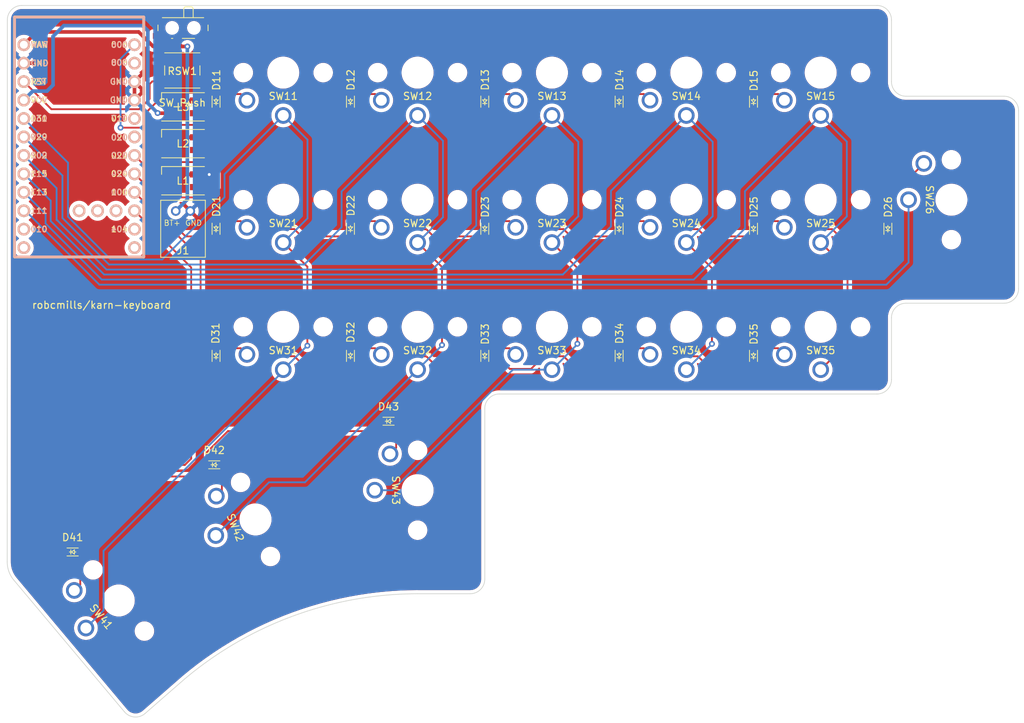
<source format=kicad_pcb>
(kicad_pcb (version 20211014) (generator pcbnew)
  (layers (0 "F.Cu" signal) (31 "B.Cu" signal) (34 "B.Paste" user) (35 "F.Paste" user) (36 "B.SilkS" user "B.Silkscreen") (37 "F.SilkS" user "F.Silkscreen") (38 "B.Mask" user) (39 "F.Mask" user) (44 "Edge.Cuts" user))
  (net 0 "")
  (net 1 "BT+")
  (net 2 "GND")
  (net 3 "row1")
  (net 4 "Net-(D11-Pad2)")
  (net 5 "Net-(D12-Pad2)")
  (net 6 "Net-(D13-Pad2)")
  (net 7 "Net-(D14-Pad2)")
  (net 8 "Net-(D15-Pad2)")
  (net 9 "row2")
  (net 10 "Net-(D21-Pad2)")
  (net 11 "Net-(D22-Pad2)")
  (net 12 "Net-(D23-Pad2)")
  (net 13 "Net-(D24-Pad2)")
  (net 14 "Net-(D25-Pad2)")
  (net 15 "Net-(D26-Pad2)")
  (net 16 "row3")
  (net 17 "Net-(D31-Pad2)")
  (net 18 "Net-(D32-Pad2)")
  (net 19 "Net-(D33-Pad2)")
  (net 20 "Net-(D34-Pad2)")
  (net 21 "Net-(D35-Pad2)")
  (net 22 "row4")
  (net 23 "Net-(D41-Pad2)")
  (net 24 "Net-(D42-Pad2)")
  (net 25 "Net-(D43-Pad2)")
  (net 27 "Net-(L1-Pad3)")
  (net 28 "VCC")
  (net 29 "Net-(L2-Pad3)")
  (net 30 "led")
  (net 31 "reset")
  (net 32 "col1")
  (net 33 "col2")
  (net 34 "col3")
  (net 35 "col4")
  (net 36 "col5")
  (net 37 "col6")
  (net 39 "raw")
  (footprint "Button_Switch_Keyboard:MBK choc 1u" (layer "F.Cu") (at 110.5 57.5)
    (fp_text reference "SW22")
    (fp_text value "SW_Push" hide)
  )
  (footprint "Button_Switch_Keyboard:MBK choc 1u" (layer "F.Cu") (at 166 40)
    (fp_text reference "SW15")
    (fp_text value "SW_Push" hide)
  )
  (footprint "Diode_SMD:1N4148X-TP" (layer "F.Cu") (at 138.25 61.5 90)
    (fp_text reference "D24")
    (fp_text value "D" hide)
  )
  (footprint "Diode_SMD:1N4148X-TP" (layer "F.Cu") (at 101.25 61.5 90)
    (fp_text reference "D22")
    (fp_text value "D" hide)
  )
  (footprint "Button_Switch_Keyboard:MBK choc 1u" (layer "F.Cu") (at 129 40)
    (fp_text reference "SW13")
    (fp_text value "SW_Push" hide)
  )
  (footprint "Button_Switch_Keyboard:MBK choc 1.5u" (layer "F.Cu") (at 88.184068 101.52305 -68)
    (fp_text reference "SW42")
    (fp_text value "SW_Push" hide)
  )
  (footprint "Diode_SMD:1N4148X-TP" (layer "F.Cu") (at 63 106)
    (fp_text reference "D41")
    (fp_text value "D" hide)
  )
  (footprint "karn-kicad:reset-switch-TL3313AF250QG" (layer "F.Cu") (at 78.1 39.7)
    (fp_text reference "RSW1")
    (fp_text value "SW_Push")
  )
  (footprint "Diode_SMD:1N4148X-TP" (layer "F.Cu") (at 82.75 44 90)
    (fp_text reference "D11")
    (fp_text value "D" hide)
  )
  (footprint "Button_Switch_Keyboard:MBK choc 1u" (layer "F.Cu") (at 92 75)
    (fp_text reference "SW31")
    (fp_text value "SW_Push" hide)
  )
  (footprint "Diode_SMD:1N4148X-TP" (layer "F.Cu") (at 82.75 79 90)
    (fp_text reference "D31")
    (fp_text value "D" hide)
  )
  (footprint "LED_SMD:LED_SK6812MINI_PLCC4_3.5x3.5mm_P1.75mm" (layer "F.Cu") (at 78.2 44.712847 180)
    (fp_text reference "L3")
    (fp_text value "SK6812MINI" hide)
  )
  (footprint "kbd:S2B-PH-K-SLFSN" (layer "F.Cu") (at 77.2 59.0527)
    (fp_text reference "J1")
    (fp_text value "S2B-PH-K-SLFSN" hide)
  )
  (footprint "Button_Switch_Keyboard:MBK choc 1.5u" (layer "F.Cu") (at 184 57.5 -90)
    (fp_text reference "SW26")
    (fp_text value "SW_Push" hide)
  )
  (footprint "Diode_SMD:1N4148X-TP" (layer "F.Cu") (at 119.75 44 90)
    (fp_text reference "D13")
    (fp_text value "D" hide)
  )
  (footprint "Button_Switch_SMD:SW_SPDT_PCM12" (layer "F.Cu") (at 78.2 34.164914 180)
    (fp_text reference "SW_POWER1" hide)
    (fp_text value "SW_SPDT" hide)
  )
  (footprint "Button_Switch_Keyboard:MBK choc 1u" (layer "F.Cu") (at 129 75)
    (fp_text reference "SW33")
    (fp_text value "SW_Push" hide)
  )
  (footprint "Diode_SMD:1N4148X-TP" (layer "F.Cu") (at 119.75 79 90)
    (fp_text reference "D33")
    (fp_text value "D" hide)
  )
  (footprint "Button_Switch_Keyboard:MBK choc 1u" (layer "F.Cu") (at 166 57.5)
    (fp_text reference "SW25")
    (fp_text value "SW_Push" hide)
  )
  (footprint "Button_Switch_Keyboard:MBK choc 1u" (layer "F.Cu") (at 110.5 75)
    (fp_text reference "SW32")
    (fp_text value "SW_Push" hide)
  )
  (footprint "Diode_SMD:1N4148X-TP" (layer "F.Cu") (at 138.25 44 90)
    (fp_text reference "D14")
    (fp_text value "D" hide)
  )
  (footprint "Diode_SMD:1N4148X-TP" (layer "F.Cu") (at 82.75 61.5 90)
    (fp_text reference "D21")
    (fp_text value "D" hide)
  )
  (footprint "Button_Switch_Keyboard:MBK choc 1u" (layer "F.Cu") (at 92 57.5)
    (fp_text reference "SW21")
    (fp_text value "SW_Push" hide)
  )
  (footprint "Diode_SMD:1N4148X-TP" (layer "F.Cu") (at 101.25 79 90)
    (fp_text reference "D32")
    (fp_text value "D" hide)
  )
  (footprint "Button_Switch_Keyboard:MBK choc 1.5u" (layer "F.Cu") (at 69.34916 112.683234 -50)
    (fp_text reference "SW41")
    (fp_text value "SW_Push" hide)
  )
  (footprint "Diode_SMD:1N4148X-TP" (layer "F.Cu") (at 119.75 61.5 90)
    (fp_text reference "D23")
    (fp_text value "D" hide)
  )
  (footprint "Diode_SMD:1N4148X-TP" (layer "F.Cu") (at 101.25 44 90)
    (fp_text reference "D12")
    (fp_text value "D" hide)
  )
  (footprint "LED_SMD:LED_SK6812MINI_PLCC4_3.5x3.5mm_P1.75mm" (layer "F.Cu") (at 78.2 49.778294 180)
    (fp_text reference "L2")
    (fp_text value "SK6812MINI" hide)
  )
  (footprint "LED_SMD:LED_SK6812MINI_PLCC4_3.5x3.5mm_P1.75mm" (layer "F.Cu") (at 78.2 54.887036 180)
    (fp_text reference "L1")
    (fp_text value "SK6812MINI" hide)
  )
  (footprint "Button_Switch_Keyboard:MBK choc 1u" (layer "F.Cu") (at 110.5 40)
    (fp_text reference "SW12")
    (fp_text value "SW_Push" hide)
  )
  (footprint "Button_Switch_Keyboard:MBK choc 1u" (layer "F.Cu") (at 166 75)
    (fp_text reference "SW35")
    (fp_text value "SW_Push" hide)
  )
  (footprint "Button_Switch_Keyboard:MBK choc 1u" (layer "F.Cu") (at 92 40)
    (fp_text reference "SW11")
    (fp_text value "SW_Push" hide)
  )
  (footprint "Diode_SMD:1N4148X-TP" (layer "F.Cu") (at 175.25 61.5 90)
    (fp_text reference "D26")
    (fp_text value "D" hide)
  )
  (footprint "Button_Switch_Keyboard:MBK choc 1u" (layer "F.Cu") (at 129 57.5)
    (fp_text reference "SW23")
    (fp_text value "SW_Push" hide)
  )
  (footprint "Button_Switch_Keyboard:MBK choc 1u" (layer "F.Cu") (at 147.5 75)
    (fp_text reference "SW34")
    (fp_text value "SW_Push" hide)
  )
  (footprint "Button_Switch_Keyboard:MBK choc 1.5u" (layer "F.Cu") (at 110.5 97.5 -90)
    (fp_text reference "SW43")
    (fp_text value "SW_Push" hide)
  )
  (footprint "Diode_SMD:1N4148X-TP" (layer "F.Cu") (at 138.25 79 90)
    (fp_text reference "D34")
    (fp_text value "D" hide)
  )
  (footprint "Diode_SMD:1N4148X-TP" (layer "F.Cu") (at 156.75 79 90)
    (fp_text reference "D35")
    (fp_text value "D" hide)
  )
  (footprint "Diode_SMD:1N4148X-TP" (layer "F.Cu") (at 156.75 44 90)
    (fp_text reference "D15")
    (fp_text value "D" hide)
  )
  (footprint "Button_Switch_Keyboard:MBK choc 1u" (layer "F.Cu") (at 147.5 40)
    (fp_text reference "SW14")
    (fp_text value "SW_Push" hide)
  )
  (footprint "Button_Switch_Keyboard:MBK choc 1u" (layer "F.Cu") (at 147.5 57.5)
    (fp_text reference "SW24")
    (fp_text value "SW_Push" hide)
  )
  (footprint "Diode_SMD:1N4148X-TP" (layer "F.Cu") (at 82.5 94)
    (fp_text reference "D42")
    (fp_text value "D" hide)
  )
  (footprint "Diode_SMD:1N4148X-TP" (layer "F.Cu") (at 156.75 61.5 90)
    (fp_text reference "D25")
    (fp_text value "D" hide)
  )
  (footprint "Diode_SMD:1N4148X-TP" (layer "F.Cu") (at 106.5 88)
    (fp_text reference "D43")
    (fp_text value "D" hide)
  )
  (footprint "nice-nano-kicad-master:nice_nano" (layer "B.Cu") (at 63.9 50.12975 -90)
    (fp_text reference "U1" hide)
    (fp_text value "nice!nano v2" hide)
  )
  (gr_line (start 193.25 45.25) (end 193.25 69.75) (layer "Edge.Cuts") (width 0.1))
  (gr_arc (start 193.25 69.75) (mid 192.664214 71.164214) (end 191.25 71.75) (layer "Edge.Cuts") (width 0.1))
  (gr_arc (start 175.75 73.75) (mid 176.335786 72.335786) (end 177.75 71.75) (layer "Edge.Cuts") (width 0.1))
  (gr_line (start 119.75 86.25) (end 119.75 109.75) (layer "Edge.Cuts") (width 0.1))
  (gr_line (start 175.75 32.75) (end 175.75 41.25) (layer "Edge.Cuts") (width 0.1))
  (gr_line (start 117.75 111.75) (end 110.5 111.75) (layer "Edge.Cuts") (width 0.1))
  (gr_arc (start 175.75 82.25) (mid 175.164214 83.664214) (end 173.75 84.25) (layer "Edge.Cuts") (width 0.1))
  (gr_arc (start 177.75 43.25) (mid 176.335786 42.664214) (end 175.75 41.25) (layer "Edge.Cuts") (width 0.1))
  (gr_arc (start 119.75 109.75) (mid 119.164214 111.164214) (end 117.75 111.75) (layer "Edge.Cuts") (width 0.1))
  (gr_arc (start 191.25 43.25) (mid 192.664214 43.835786) (end 193.25 45.25) (layer "Edge.Cuts") (width 0.1))
  (gr_line (start 191.25 71.75) (end 177.75 71.75) (layer "Edge.Cuts") (width 0.1))
  (gr_arc (start 78.400222 123.510683) (mid 93.412887 114.799327) (end 110.5 111.75) (layer "Edge.Cuts") (width 0.1))
  (gr_arc (start 119.75 86.25) (mid 120.335786 84.835786) (end 121.75 84.25) (layer "Edge.Cuts") (width 0.1))
  (gr_line (start 173.75 84.25) (end 121.75 84.25) (layer "Edge.Cuts") (width 0.1))
  (gr_arc (start 72.955062 128.259578) (mid 71.495175 128.719878) (end 70.137398 128.013064) (layer "Edge.Cuts") (width 0.1))
  (gr_line (start 78.400222 123.510683) (end 72.955062 128.259578) (layer "Edge.Cuts") (width 0.1))
  (gr_line (start 70.137398 128.013064) (end 54.900001 109.870596) (layer "Edge.Cuts") (width 0.1))
  (gr_line (start 53.994876 107.370597) (end 54.01 32.75) (layer "Edge.Cuts") (width 0.1))
  (gr_line (start 56.01 30.75) (end 173.75 30.75) (layer "Edge.Cuts") (width 0.1))
  (gr_line (start 177.75 43.25) (end 191.25 43.25) (layer "Edge.Cuts") (width 0.1))
  (gr_arc (start 173.75 30.75) (mid 175.164214 31.335786) (end 175.75 32.75) (layer "Edge.Cuts") (width 0.1))
  (gr_line (start 175.75 73.75) (end 175.75 82.25) (layer "Edge.Cuts") (width 0.1))
  (gr_arc (start 54.01 32.75) (mid 54.595786 31.335786) (end 56.01 30.75) (layer "Edge.Cuts") (width 0.1))
  (gr_arc (start 54.900001 109.870596) (mid 54.228123 108.7) (end 53.994876 107.370597) (layer "Edge.Cuts") (width 0.1))
  (gr_text "robcmills/karn-keyboard" (at 67 72) (layer "F.SilkS") (effects (font (size 1 1))))
  (segment (start 78.016155 36.4) (end 78.8 36.4) (width 0.5) (layer "F.Cu") (net 1))
  (segment (start 77.45 35.594914) (end 77.45 35.833845) (width 0.5) (layer "F.Cu") (net 1))
  (segment (start 77.45 35.833845) (end 78.016155 36.4) (width 0.5) (layer "F.Cu") (net 1))
  (via (at 78.8 36.4) (size 0.8) (drill 0.4) (layers "F.Cu" "B.Cu") (net 1))
  (segment (start 78.8 57.452699) (end 77.199999 59.0527) (width 0.5) (layer "B.Cu") (net 1))
  (segment (start 78.8 36.4) (end 78.8 57.452699) (width 0.5) (layer "B.Cu") (net 1))
  (segment (start 81.516551 49.192183) (end 81.227662 48.903294) (width 0.5) (layer "F.Cu") (net 2))
  (segment (start 68.98 38.69975) (end 71.52 41.23975) (width 0.5) (layer "F.Cu") (net 2))
  (segment (start 81.516551 51.760897) (end 81.516551 49.192183) (width 0.5) (layer "F.Cu") (net 2))
  (segment (start 71.52 41.23975) (end 71.52 43.77975) (width 0.5) (layer "F.Cu") (net 2))
  (segment (start 81.561617 44.302617) (end 81.096847 43.837847) (width 0.5) (layer "F.Cu") (net 2))
  (segment (start 56.28 38.69975) (end 68.98 38.69975) (width 0.5) (layer "F.Cu") (net 2))
  (segment (start 79.95 48.903294) (end 79.95 48.190023) (width 0.5) (layer "F.Cu") (net 2))
  (segment (start 79.95 48.190023) (end 81.561617 46.578406) (width 0.5) (layer "F.Cu") (net 2))
  (segment (start 79.95 53.327448) (end 81.516551 51.760897) (width 0.5) (layer "F.Cu") (net 2))
  (segment (start 79.95 54.012036) (end 81.791153 54.012036) (width 0.5) (layer "F.Cu") (net 2))
  (segment (start 81.791153 54.012036) (end 81.808804 54.029687) (width 0.5) (layer "F.Cu") (net 2))
  (segment (start 81.227662 48.903294) (end 79.95 48.903294) (width 0.5) (layer "F.Cu") (net 2))
  (segment (start 81.096847 43.837847) (end 79.95 43.837847) (width 0.5) (layer "F.Cu") (net 2))
  (segment (start 81.561617 46.578406) (end 81.561617 44.302617) (width 0.5) (layer "F.Cu") (net 2))
  (segment (start 79.95 54.012036) (end 79.95 53.327448) (width 0.5) (layer "F.Cu") (net 2))
  (via (at 81.808804 54.029687) (size 0.8) (drill 0.4) (layers "F.Cu" "B.Cu") (net 2))
  (segment (start 77.612753 60.639948) (end 79.200001 59.0527) (width 0.5) (layer "B.Cu") (net 2))
  (segment (start 81.808804 56.443897) (end 79.200001 59.0527) (width 0.5) (layer "B.Cu") (net 2))
  (segment (start 73.537325 45.797075) (end 73.537325 58.044296) (width 0.5) (layer "B.Cu") (net 2))
  (segment (start 71.52 43.77975) (end 73.537325 45.797075) (width 0.5) (layer "B.Cu") (net 2))
  (segment (start 73.537325 58.044296) (end 76.132977 60.639948) (width 0.5) (layer "B.Cu") (net 2))
  (segment (start 76.132977 60.639948) (end 77.612753 60.639948) (width 0.5) (layer "B.Cu") (net 2))
  (segment (start 81.808804 54.029687) (end 81.808804 56.443897) (width 0.5) (layer "B.Cu") (net 2))
  (segment (start 150.087326 45.0509) (end 149.839879 44.803453) (width 0.25) (layer "F.Cu") (net 3))
  (segment (start 141.678954 45.800641) (end 140.929213 45.0509) (width 0.25) (layer "F.Cu") (net 3))
  (segment (start 103.80589 45.0509) (end 104.566734 45.811744) (width 0.25) (layer "F.Cu") (net 3))
  (segment (start 74.817846 57.179078) (end 81.324282 57.179078) (width 0.25) (layer "F.Cu") (net 3))
  (segment (start 107.543887 45.811744) (end 109.286193 44.069438) (width 0.25) (layer "F.Cu") (net 3))
  (segment (start 126.115762 45.795688) (end 127.858068 44.053382) (width 0.25) (layer "F.Cu") (net 3))
  (segment (start 93.517024 44.050107) (end 94.517817 45.0509) (width 0.25) (layer "F.Cu") (net 3))
  (segment (start 104.566734 45.811744) (end 107.543887 45.811744) (width 0.25) (layer "F.Cu") (net 3))
  (segment (start 85.692413 45.792413) (end 89.036807 45.792413) (width 0.25) (layer "F.Cu") (net 3))
  (segment (start 81.324282 57.179078) (end 82.75 55.75336) (width 0.25) (layer "F.Cu") (net 3))
  (segment (start 71.52 51.39975) (end 73.987238 53.866988) (width 0.25) (layer "F.Cu") (net 3))
  (segment (start 156.75 45.0509) (end 150.087326 45.0509) (width 0.25) (layer "F.Cu") (net 3))
  (segment (start 82.75 55.75336) (end 82.75 45.0509) (width 0.25) (layer "F.Cu") (net 3))
  (segment (start 112.682317 45.0509) (end 122.441934 45.0509) (width 0.25) (layer "F.Cu") (net 3))
  (segment (start 144.607994 45.800641) (end 141.678954 45.800641) (width 0.25) (layer "F.Cu") (net 3))
  (segment (start 73.987238 56.34847) (end 74.817846 57.179078) (width 0.25) (layer "F.Cu") (net 3))
  (segment (start 73.987238 53.866988) (end 73.987238 56.34847) (width 0.25) (layer "F.Cu") (net 3))
  (segment (start 140.929213 45.0509) (end 138.25 45.0509) (width 0.25) (layer "F.Cu") (net 3))
  (segment (start 82.75 45.0509) (end 84.9509 45.0509) (width 0.25) (layer "F.Cu") (net 3))
  (segment (start 109.286193 44.069438) (end 111.700855 44.069438) (width 0.25) (layer "F.Cu") (net 3))
  (segment (start 90.779113 44.050107) (end 93.517024 44.050107) (width 0.25) (layer "F.Cu") (net 3))
  (segment (start 149.088211 44.058335) (end 146.3503 44.058335) (width 0.25) (layer "F.Cu") (net 3))
  (segment (start 84.9509 45.0509) (end 85.692413 45.792413) (width 0.25) (layer "F.Cu") (net 3))
  (segment (start 149.836604 44.806728) (end 149.088211 44.058335) (width 0.25) (layer "F.Cu") (net 3))
  (segment (start 122.441934 45.0509) (end 123.186722 45.795688) (width 0.25) (layer "F.Cu") (net 3))
  (segment (start 130.595979 44.053382) (end 131.593497 45.0509) (width 0.25) (layer "F.Cu") (net 3))
  (segment (start 127.858068 44.053382) (end 130.595979 44.053382) (width 0.25) (layer "F.Cu") (net 3))
  (segment (start 89.036807 45.792413) (end 90.779113 44.050107) (width 0.25) (layer "F.Cu") (net 3))
  (segment (start 123.186722 45.795688) (end 126.115762 45.795688) (width 0.25) (layer "F.Cu") (net 3))
  (segment (start 94.517817 45.0509) (end 103.80589 45.0509) (width 0.25) (layer "F.Cu") (net 3))
  (segment (start 146.3503 44.058335) (end 144.607994 45.800641) (width 0.25) (layer "F.Cu") (net 3))
  (segment (start 111.700855 44.069438) (end 112.682317 45.0509) (width 0.25) (layer "F.Cu") (net 3))
  (segment (start 131.593497 45.0509) (end 138.25 45.0509) (width 0.25) (layer "F.Cu") (net 3))
  (segment (start 82.75 42.9491) (end 86.1491 42.9491) (width 0.25) (layer "F.Cu") (net 4))
  (segment (start 86.1491 42.9491) (end 87 43.8) (width 0.25) (layer "F.Cu") (net 4))
  (segment (start 104.6491 42.9491) (end 105.5 43.8) (width 0.25) (layer "F.Cu") (net 5))
  (segment (start 101.25 42.9491) (end 104.6491 42.9491) (width 0.25) (layer "F.Cu") (net 5))
  (segment (start 119.75 42.9491) (end 123.1491 42.9491) (width 0.25) (layer "F.Cu") (net 6))
  (segment (start 123.1491 42.9491) (end 124 43.8) (width 0.25) (layer "F.Cu") (net 6))
  (segment (start 138.25 42.9491) (end 141.6491 42.9491) (width 0.25) (layer "F.Cu") (net 7))
  (segment (start 141.6491 42.9491) (end 142.5 43.8) (width 0.25) (layer "F.Cu") (net 7))
  (segment (start 160.1491 42.9491) (end 161 43.8) (width 0.25) (layer "F.Cu") (net 8))
  (segment (start 156.75 42.9491) (end 160.1491 42.9491) (width 0.25) (layer "F.Cu") (net 8))
  (segment (start 103.81148 62.5509) (end 104.566569 63.305989) (width 0.25) (layer "F.Cu") (net 9))
  (segment (start 146.350135 61.55258) (end 144.607829 63.294886) (width 0.25) (layer "F.Cu") (net 9))
  (segment (start 111.70069 61.563683) (end 112.687907 62.5509) (width 0.25) (layer "F.Cu") (net 9))
  (segment (start 141.678789 63.294886) (end 140.934803 62.5509) (width 0.25) (layer "F.Cu") (net 9))
  (segment (start 127.857903 61.547627) (end 130.595814 61.547627) (width 0.25) (layer "F.Cu") (net 9))
  (segment (start 138.25 62.5509) (end 131.605637 62.5509) (width 0.25) (layer "F.Cu") (net 9))
  (segment (start 131.605637 62.5509) (end 131.347482 62.292745) (width 0.25) (layer "F.Cu") (net 9))
  (segment (start 144.607829 63.294886) (end 141.678789 63.294886) (width 0.25) (layer "F.Cu") (net 9))
  (segment (start 160.179255 63.296352) (end 159.433803 62.5509) (width 0.25) (layer "F.Cu") (net 9))
  (segment (start 149.836439 62.300973) (end 149.088046 61.55258) (width 0.25) (layer "F.Cu") (net 9))
  (segment (start 73.338323 55.758073) (end 71.52 53.93975) (width 0.25) (layer "F.Cu") (net 9))
  (segment (start 130.595814 61.547627) (end 131.344207 62.29602) (width 0.25) (layer "F.Cu") (net 9))
  (segment (start 168.591916 62.5509) (end 168.34018 62.299164) (width 0.25) (layer "F.Cu") (net 9))
  (segment (start 93.516859 61.544352) (end 94.523407 62.5509) (width 0.25) (layer "F.Cu") (net 9))
  (segment (start 112.687907 62.5509) (end 122.447524 62.5509) (width 0.25) (layer "F.Cu") (net 9))
  (segment (start 89.036642 63.286658) (end 90.778948 61.544352) (width 0.25) (layer "F.Cu") (net 9))
  (segment (start 122.447524 62.5509) (end 123.186557 63.289933) (width 0.25) (layer "F.Cu") (net 9))
  (segment (start 175.25 62.5509) (end 168.591916 62.5509) (width 0.25) (layer "F.Cu") (net 9))
  (segment (start 90.778948 61.544352) (end 93.516859 61.544352) (width 0.25) (layer "F.Cu") (net 9))
  (segment (start 156.75 62.5509) (end 150.092916 62.5509) (width 0.25) (layer "F.Cu") (net 9))
  (segment (start 85.323731 62.5509) (end 86.059489 63.286658) (width 0.25) (layer "F.Cu") (net 9))
  (segment (start 86.059489 63.286658) (end 89.036642 63.286658) (width 0.25) (layer "F.Cu") (net 9))
  (segment (start 163.108295 63.296352) (end 160.179255 63.296352) (width 0.25) (layer "F.Cu") (net 9))
  (segment (start 82.75 62.5509) (end 85.323731 62.5509) (width 0.25) (layer "F.Cu") (net 9))
  (segment (start 109.286028 61.563683) (end 111.70069 61.563683) (width 0.25) (layer "F.Cu") (net 9))
  (segment (start 168.336905 62.302439) (end 167.588512 61.554046) (width 0.25) (layer "F.Cu") (net 9))
  (segment (start 150.092916 62.5509) (end 149.839714 62.297698) (width 0.25) (layer "F.Cu") (net 9))
  (segment (start 123.186557 63.289933) (end 126.115597 63.289933) (width 0.25) (layer "F.Cu") (net 9))
  (segment (start 149.088046 61.55258) (end 146.350135 61.55258) (width 0.25) (layer "F.Cu") (net 9))
  (segment (start 78.5509 62.5509) (end 73.338323 57.338323) (width 0.25) (layer "F.Cu") (net 9))
  (segment (start 104.566569 63.305989) (end 107.543722 63.305989) (width 0.25) (layer "F.Cu") (net 9))
  (segment (start 126.115597 63.289933) (end 127.857903 61.547627) (width 0.25) (layer "F.Cu") (net 9))
  (segment (start 107.543722 63.305989) (end 109.286028 61.563683) (width 0.25) (layer "F.Cu") (net 9))
  (segment (start 167.588512 61.554046) (end 164.850601 61.554046) (width 0.25) (layer "F.Cu") (net 9))
  (segment (start 164.850601 61.554046) (end 163.108295 63.296352) (width 0.25) (layer "F.Cu") (net 9))
  (segment (start 73.338323 57.338323) (end 73.338323 55.758073) (width 0.25) (layer "F.Cu") (net 9))
  (segment (start 94.523407 62.5509) (end 103.81148 62.5509) (width 0.25) (layer "F.Cu") (net 9))
  (segment (start 82.75 62.5509) (end 78.5509 62.5509) (width 0.25) (layer "F.Cu") (net 9))
  (segment (start 159.433803 62.5509) (end 156.75 62.5509) (width 0.25) (layer "F.Cu") (net 9))
  (segment (start 140.934803 62.5509) (end 138.25 62.5509) (width 0.25) (layer "F.Cu") (net 9))
  (segment (start 82.75 60.4491) (end 86.1491 60.4491) (width 0.25) (layer "F.Cu") (net 10))
  (segment (start 86.1491 60.4491) (end 87 61.3) (width 0.25) (layer "F.Cu") (net 10))
  (segment (start 104.6491 60.4491) (end 105.5 61.3) (width 0.25) (layer "F.Cu") (net 11))
  (segment (start 101.25 60.4491) (end 104.6491 60.4491) (width 0.25) (layer "F.Cu") (net 11))
  (segment (start 119.75 60.4491) (end 123.1491 60.4491) (width 0.25) (layer "F.Cu") (net 12))
  (segment (start 123.1491 60.4491) (end 124 61.3) (width 0.25) (layer "F.Cu") (net 12))
  (segment (start 138.25 60.4491) (end 141.6491 60.4491) (width 0.25) (layer "F.Cu") (net 13))
  (segment (start 141.6491 60.4491) (end 142.5 61.3) (width 0.25) (layer "F.Cu") (net 13))
  (segment (start 160.1491 60.4491) (end 161 61.3) (width 0.25) (layer "F.Cu") (net 14))
  (segment (start 156.75 60.4491) (end 160.1491 60.4491) (width 0.25) (layer "F.Cu") (net 14))
  (segment (start 175.25 57.45) (end 180.2 52.5) (width 0.25) (layer "F.Cu") (net 15))
  (segment (start 175.25 60.7015) (end 175.25 57.45) (width 0.25) (layer "F.Cu") (net 15))
  (segment (start 81.732426 80.0509) (end 82.75 80.0509) (width 0.25) (layer "F.Cu") (net 16))
  (segment (start 150.096417 80.0509) (end 149.847614 79.802097) (width 0.25) (layer "F.Cu") (net 16))
  (segment (start 156.75 80.0509) (end 150.096417 80.0509) (width 0.25) (layer "F.Cu") (net 16))
  (segment (start 127.865803 79.052026) (end 130.603714 79.052026) (width 0.25) (layer "F.Cu") (net 16))
  (segment (start 85.327232 80.0509) (end 86.067389 80.791057) (width 0.25) (layer "F.Cu") (net 16))
  (segment (start 80.619942 78.938416) (end 81.732426 80.0509) (width 0.25) (layer "F.Cu") (net 16))
  (segment (start 104.574469 80.810388) (end 107.551622 80.810388) (width 0.25) (layer "F.Cu") (net 16))
  (segment (start 93.524759 79.048751) (end 94.526908 80.0509) (width 0.25) (layer "F.Cu") (net 16))
  (segment (start 112.691408 80.0509) (end 122.451025 80.0509) (width 0.25) (layer "F.Cu") (net 16))
  (segment (start 141.686689 80.799285) (end 140.938304 80.0509) (width 0.25) (layer "F.Cu") (net 16))
  (segment (start 111.70859 79.068082) (end 112.691408 80.0509) (width 0.25) (layer "F.Cu") (net 16))
  (segment (start 109.293928 79.068082) (end 111.70859 79.068082) (width 0.25) (layer "F.Cu") (net 16))
  (segment (start 90.786848 79.048751) (end 93.524759 79.048751) (width 0.25) (layer "F.Cu") (net 16))
  (segment (start 122.451025 80.0509) (end 123.194457 80.794332) (width 0.25) (layer "F.Cu") (net 16))
  (segment (start 71.52 56.47975) (end 80.619942 65.579692) (width 0.25) (layer "F.Cu") (net 16))
  (segment (start 149.095946 79.056979) (end 146.358035 79.056979) (width 0.25) (layer "F.Cu") (net 16))
  (segment (start 130.603714 79.052026) (end 131.352107 79.800419) (width 0.25) (layer "F.Cu") (net 16))
  (segment (start 89.044542 80.791057) (end 90.786848 79.048751) (width 0.25) (layer "F.Cu") (net 16))
  (segment (start 107.551622 80.810388) (end 109.293928 79.068082) (width 0.25) (layer "F.Cu") (net 16))
  (segment (start 131.609138 80.0509) (end 131.355382 79.797144) (width 0.25) (layer "F.Cu") (net 16))
  (segment (start 82.75 80.0509) (end 85.327232 80.0509) (width 0.25) (layer "F.Cu") (net 16))
  (segment (start 103.814981 80.0509) (end 104.574469 80.810388) (width 0.25) (layer "F.Cu") (net 16))
  (segment (start 94.526908 80.0509) (end 103.814981 80.0509) (width 0.25) (layer "F.Cu") (net 16))
  (segment (start 140.938304 80.0509) (end 138.25 80.0509) (width 0.25) (layer "F.Cu") (net 16))
  (segment (start 80.619942 65.579692) (end 80.619942 78.938416) (width 0.25) (layer "F.Cu") (net 16))
  (segment (start 86.067389 80.791057) (end 89.044542 80.791057) (width 0.25) (layer "F.Cu") (net 16))
  (segment (start 146.358035 79.056979) (end 144.615729 80.799285) (width 0.25) (layer "F.Cu") (net 16))
  (segment (start 126.123497 80.794332) (end 127.865803 79.052026) (width 0.25) (layer "F.Cu") (net 16))
  (segment (start 123.194457 80.794332) (end 126.123497 80.794332) (width 0.25) (layer "F.Cu") (net 16))
  (segment (start 144.615729 80.799285) (end 141.686689 80.799285) (width 0.25) (layer "F.Cu") (net 16))
  (segment (start 138.25 80.0509) (end 131.609138 80.0509) (width 0.25) (layer "F.Cu") (net 16))
  (segment (start 149.844339 79.805372) (end 149.095946 79.056979) (width 0.25) (layer "F.Cu") (net 16))
  (segment (start 86.1491 77.9491) (end 87 78.8) (width 0.25) (layer "F.Cu") (net 17))
  (segment (start 82.75 77.9491) (end 86.1491 77.9491) (width 0.25) (layer "F.Cu") (net 17))
  (segment (start 104.6491 77.9491) (end 105.5 78.8) (width 0.25) (layer "F.Cu") (net 18))
  (segment (start 101.25 77.9491) (end 104.6491 77.9491) (width 0.25) (layer "F.Cu") (net 18))
  (segment (start 119.75 77.9491) (end 123.1491 77.9491) (width 0.25) (layer "F.Cu") (net 19))
  (segment (start 123.1491 77.9491) (end 124 78.8) (width 0.25) (layer "F.Cu") (net 19))
  (segment (start 141.6491 77.9491) (end 142.5 78.8) (width 0.25) (layer "F.Cu") (net 20))
  (segment (start 138.25 77.9491) (end 141.6491 77.9491) (width 0.25) (layer "F.Cu") (net 20))
  (segment (start 156.75 77.9491) (end 160.1491 77.9491) (width 0.25) (layer "F.Cu") (net 21))
  (segment (start 160.1491 77.9491) (end 161 78.8) (width 0.25) (layer "F.Cu") (net 21))
  (segment (start 84.381268 89.360869) (end 81.4491 92.293037) (width 0.25) (layer "F.Cu") (net 22))
  (segment (start 59.292059 96.80589) (end 62.083084 94.014865) (width 0.25) (layer "F.Cu") (net 22))
  (segment (start 61.9491 106) (end 61.9491 107.049587) (width 0.25) (layer "F.Cu") (net 22))
  (segment (start 79.325416 93.146546) (end 79.325416 66.825166) (width 0.25) (layer "F.Cu") (net 22))
  (segment (start 81.041616 95.608878) (end 63.445224 95.608878) (width 0.25) (layer "F.Cu") (net 22))
  (segment (start 104.84095 89.360869) (end 84.381268 89.360869) (width 0.25) (layer "F.Cu") (net 22))
  (segment (start 61.9491 97.105002) (end 61.9491 106) (width 0.25) (layer "F.Cu") (net 22))
  (segment (start 59.292059 106.85358) (end 59.292059 96.80589) (width 0.25) (layer "F.Cu") (net 22))
  (segment (start 78.457097 94.014865) (end 79.325416 93.146546) (width 0.25) (layer "F.Cu") (net 22))
  (segment (start 81.4491 92.293037) (end 81.4491 95.201394) (width 0.25) (layer "F.Cu") (net 22))
  (segment (start 79.325416 66.825166) (end 71.52 59.01975) (width 0.25) (layer "F.Cu") (net 22))
  (segment (start 81.4491 95.201394) (end 81.041616 95.608878) (width 0.25) (layer "F.Cu") (net 22))
  (segment (start 63.445224 95.608878) (end 61.9491 97.105002) (width 0.25) (layer "F.Cu") (net 22))
  (segment (start 61.9491 107.049587) (end 61.152742 107.845945) (width 0.25) (layer "F.Cu") (net 22))
  (segment (start 60.284424 107.845945) (end 59.292059 106.85358) (width 0.25) (layer "F.Cu") (net 22))
  (segment (start 105.4491 88) (end 105.4491 88.752719) (width 0.25) (layer "F.Cu") (net 22))
  (segment (start 61.152742 107.845945) (end 60.284424 107.845945) (width 0.25) (layer "F.Cu") (net 22))
  (segment (start 105.4491 88.752719) (end 104.84095 89.360869) (width 0.25) (layer "F.Cu") (net 22))
  (segment (start 62.083084 94.014865) (end 78.457097 94.014865) (width 0.25) (layer "F.Cu") (net 22))
  (segment (start 64.0509 110.468958) (end 63.224253 111.295605) (width 0.25) (layer "F.Cu") (net 23))
  (segment (start 64.0509 106) (end 64.0509 110.468958) (width 0.25) (layer "F.Cu") (net 23))
  (segment (start 83.5509 94) (end 83.5509 97.547472) (width 0.25) (layer "F.Cu") (net 24))
  (segment (start 83.5509 97.547472) (end 82.787736 98.310636) (width 0.25) (layer "F.Cu") (net 24))
  (segment (start 107.5509 91.6491) (end 106.7 92.5) (width 0.25) (layer "F.Cu") (net 25))
  (segment (start 107.5509 88) (end 107.5509 91.6491) (width 0.25) (layer "F.Cu") (net 25))
  (segment (start 76.45 52.57642) (end 76.709348 52.317072) (width 0.25) (layer "F.Cu") (net 27))
  (segment (start 76.45 54.012036) (end 76.45 52.57642) (width 0.25) (layer "F.Cu") (net 27))
  (segment (start 79.683375 52.317072) (end 79.95 52.050447) (width 0.25) (layer "F.Cu") (net 27))
  (segment (start 76.709348 52.317072) (end 79.683375 52.317072) (width 0.25) (layer "F.Cu") (net 27))
  (segment (start 79.95 52.050447) (end 79.95 50.653294) (width 0.25) (layer "F.Cu") (net 27))
  (segment (start 74.651953 55.064839) (end 75.34915 55.762036) (width 0.5) (layer "F.Cu") (net 28))
  (segment (start 74.741289 48.18594) (end 74.741289 50.210897) (width 0.5) (layer "F.Cu") (net 28))
  (segment (start 76.45 46.477229) (end 74.741289 48.18594) (width 0.5) (layer "F.Cu") (net 28))
  (segment (start 76.45 51.450286) (end 74.651953 53.248333) (width 0.5) (layer "F.Cu") (net 28))
  (segment (start 75.183686 50.653294) (end 76.45 50.653294) (width 0.5) (layer "F.Cu") (net 28))
  (segment (start 76.45 45.587847) (end 74.727351 45.587847) (width 0.5) (layer "F.Cu") (net 28))
  (segment (start 75.34915 55.762036) (end 76.45 55.762036) (width 0.5) (layer "F.Cu") (net 28))
  (segment (start 74.741289 50.210897) (end 75.183686 50.653294) (width 0.5) (layer "F.Cu") (net 28))
  (segment (start 74.651953 53.248333) (end 74.651953 55.064839) (width 0.5) (layer "F.Cu") (net 28))
  (segment (start 76.45 50.653294) (end 76.45 51.450286) (width 0.5) (layer "F.Cu") (net 28))
  (segment (start 74.727351 45.587847) (end 74.704102 45.564598) (width 0.5) (layer "F.Cu") (net 28))
  (segment (start 76.45 45.587847) (end 76.45 46.477229) (width 0.5) (layer "F.Cu") (net 28))
  (via (at 74.704102 45.564598) (size 0.8) (drill 0.4) (layers "F.Cu" "B.Cu") (net 28))
  (segment (start 56.28 43.77975) (end 57.513765 42.545985) (width 0.5) (layer "B.Cu") (net 28))
  (segment (start 57.513765 42.545985) (end 59.467231 42.545985) (width 0.5) (layer "B.Cu") (net 28))
  (segment (start 72.674666 33.526273) (end 73.35816 34.209767) (width 0.5) (layer "B.Cu") (net 28))
  (segment (start 60.304775 41.708441) (end 60.304775 35.008083) (width 0.5) (layer "B.Cu") (net 28))
  (segment (start 59.467231 42.545985) (end 60.304775 41.708441) (width 0.5) (layer "B.Cu") (net 28))
  (segment (start 73.35816 34.209767) (end 73.35816 44.218656) (width 0.5) (layer "B.Cu") (net 28))
  (segment (start 60.304775 35.008083) (end 61.786585 33.526273) (width 0.5) (layer "B.Cu") (net 28))
  (segment (start 61.786585 33.526273) (end 72.674666 33.526273) (width 0.5) (layer "B.Cu") (net 28))
  (segment (start 73.35816 44.218656) (end 74.704102 45.564598) (width 0.5) (layer "B.Cu") (net 28))
  (segment (start 76.45 47.550859) (end 76.80494 47.195919) (width 0.25) (layer "F.Cu") (net 29))
  (segment (start 76.80494 47.195919) (end 79.706846 47.195919) (width 0.25) (layer "F.Cu") (net 29))
  (segment (start 76.45 48.903294) (end 76.45 47.550859) (width 0.25) (layer "F.Cu") (net 29))
  (segment (start 79.706846 47.195919) (end 79.95 46.952765) (width 0.25) (layer "F.Cu") (net 29))
  (segment (start 79.95 46.952765) (end 79.95 45.587847) (width 0.25) (layer "F.Cu") (net 29))
  (segment (start 73.348088 45.259896) (end 73.348088 47.157375) (width 0.25) (layer "F.Cu") (net 30))
  (segment (start 73.465216 45.142768) (end 73.348088 45.259896) (width 0.25) (layer "F.Cu") (net 30))
  (segment (start 74.770137 43.837847) (end 73.465216 45.142768) (width 0.25) (layer "F.Cu") (net 30))
  (segment (start 72.926426 47.579037) (end 69.599982 47.579037) (width 0.25) (layer "F.Cu") (net 30))
  (segment (start 73.348088 47.157375) (end 72.926426 47.579037) (width 0.25) (layer "F.Cu") (net 30))
  (segment (start 76.45 43.837847) (end 74.770137 43.837847) (width 0.25) (layer "F.Cu") (net 30))
  (via (at 69.599982 47.579037) (size 0.8) (drill 0.4) (layers "F.Cu" "B.Cu") (net 30))
  (segment (start 69.599982 38.079768) (end 71.52 36.15975) (width 0.25) (layer "B.Cu") (net 30))
  (segment (start 69.599982 47.579037) (end 69.599982 38.079768) (width 0.25) (layer "B.Cu") (net 30))
  (segment (start 73.606314 41.573232) (end 73.979546 41.2) (width 0.25) (layer "F.Cu") (net 31))
  (segment (start 72.161773 45.038227) (end 73.606314 43.593686) (width 0.25) (layer "F.Cu") (net 31))
  (segment (start 56.28 41.23975) (end 60.078477 45.038227) (width 0.25) (layer "F.Cu") (net 31))
  (segment (start 73.606314 43.593686) (end 73.606314 41.573232) (width 0.25) (layer "F.Cu") (net 31))
  (segment (start 60.078477 45.038227) (end 72.161773 45.038227) (width 0.25) (layer "F.Cu") (net 31))
  (segment (start 73.979546 41.2) (end 75.172851 41.2) (width 0.25) (layer "F.Cu") (net 31))
  (segment (start 92 63.4) (end 95.322303 66.722303) (width 0.25) (layer "F.Cu") (net 32))
  (segment (start 95.322303 66.722303) (end 95.322303 77.592999) (width 0.25) (layer "F.Cu") (net 32))
  (via (at 95.322303 77.592999) (size 0.8) (drill 0.4) (layers "F.Cu" "B.Cu") (net 32))
  (segment (start 95.322303 77.592999) (end 95.307001 77.592999) (width 0.25) (layer "B.Cu") (net 32))
  (segment (start 92 45.9) (end 83.915936 53.984064) (width 0.25) (layer "B.Cu") (net 32))
  (segment (start 67.259659 105.842482) (end 67.259659 114.04552) (width 0.25) (layer "B.Cu") (net 32))
  (segment (start 83.915936 53.984064) (end 83.915936 57.146826) (width 0.25) (layer "B.Cu") (net 32))
  (segment (start 95.338536 49.238536) (end 95.338536 60.061464) (width 0.25) (layer "B.Cu") (net 32))
  (segment (start 95.338536 60.061464) (end 92 63.4) (width 0.25) (layer "B.Cu") (net 32))
  (segment (start 92 81.102141) (end 67.259659 105.842482) (width 0.25) (layer "B.Cu") (net 32))
  (segment (start 92 80.9) (end 92 81.102141) (width 0.25) (layer "B.Cu") (net 32))
  (segment (start 68.244065 65.723695) (end 62.361501 59.841131) (width 0.25) (layer "B.Cu") (net 32))
  (segment (start 95.307001 77.592999) (end 92 80.9) (width 0.25) (layer "B.Cu") (net 32))
  (segment (start 62.361501 59.841131) (end 62.361501 52.401251) (width 0.25) (layer "B.Cu") (net 32))
  (segment (start 67.259659 114.04552) (end 64.829498 116.475681) (width 0.25) (layer "B.Cu") (net 32))
  (segment (start 62.361501 52.401251) (end 56.28 46.31975) (width 0.25) (layer "B.Cu") (net 32))
  (segment (start 75.339067 65.723695) (end 68.244065 65.723695) (width 0.25) (layer "B.Cu") (net 32))
  (segment (start 83.915936 57.146826) (end 75.339067 65.723695) (width 0.25) (layer "B.Cu") (net 32))
  (segment (start 92 45.9) (end 95.338536 49.238536) (width 0.25) (layer "B.Cu") (net 32))
  (segment (start 113.860737 66.760737) (end 110.5 63.4) (width 0.25) (layer "F.Cu") (net 33))
  (segment (start 113.860737 77.507039) (end 113.860737 66.760737) (width 0.25) (layer "F.Cu") (net 33))
  (via (at 113.860737 77.507039) (size 0.8) (drill 0.4) (layers "F.Cu" "B.Cu") (net 33))
  (segment (start 94.891111 66.423838) (end 68.001202 66.423838) (width 0.25) (layer "B.Cu") (net 33))
  (segment (start 61.598115 54.177865) (end 56.28 48.85975) (width 0.25) (layer "B.Cu") (net 33))
  (segment (start 61.598115 60.020751) (end 61.598115 54.177865) (width 0.25) (layer "B.Cu") (net 33))
  (segment (start 110.5 80.9) (end 94.993154 96.406846) (width 0.25) (layer "B.Cu") (net 33))
  (segment (start 110.5 80.9) (end 113.860737 77.539263) (width 0.25) (layer "B.Cu") (net 33))
  (segment (start 113.982683 59.917317) (end 110.5 63.4) (width 0.25) (layer "B.Cu") (net 33))
  (segment (start 100.036857 56.363143) (end 100.036857 61.278092) (width 0.25) (layer "B.Cu") (net 33))
  (segment (start 113.992683 49.392683) (end 113.992683 59.917317) (width 0.25) (layer "B.Cu") (net 33))
  (segment (start 110.5 45.9) (end 113.992683 49.392683) (width 0.25) (layer "B.Cu") (net 33))
  (segment (start 90.040066 96.406846) (end 82.713683 103.733229) (width 0.25) (layer "B.Cu") (net 33))
  (segment (start 100.036857 61.278092) (end 94.891111 66.423838) (width 0.25) (layer "B.Cu") (net 33))
  (segment (start 68.001202 66.423838) (end 61.598115 60.020751) (width 0.25) (layer "B.Cu") (net 33))
  (segment (start 110.5 45.9) (end 100.036857 56.363143) (width 0.25) (layer "B.Cu") (net 33))
  (segment (start 113.992683 59.917317) (end 113.982683 59.917317) (width 0.25) (layer "B.Cu") (net 33))
  (segment (start 113.860737 77.539263) (end 113.860737 77.507039) (width 0.25) (layer "B.Cu") (net 33))
  (segment (start 94.993154 96.406846) (end 90.040066 96.406846) (width 0.25) (layer "B.Cu") (net 33))
  (segment (start 132.498087 66.898087) (end 129 63.4) (width 0.25) (layer "F.Cu") (net 34))
  (segment (start 132.498087 77.335002) (end 132.498087 66.898087) (width 0.25) (layer "F.Cu") (net 34))
  (via (at 132.498087 77.335002) (size 0.8) (drill 0.4) (layers "F.Cu" "B.Cu") (net 34))
  (segment (start 118.573899 61.053001) (end 112.510725 67.116175) (width 0.25) (layer "B.Cu") (net 34))
  (segment (start 60.791339 55.911089) (end 56.28 51.39975) (width 0.25) (layer "B.Cu") (net 34))
  (segment (start 112.510725 67.116175) (end 67.664626 67.116175) (width 0.25) (layer "B.Cu") (net 34))
  (segment (start 67.664626 67.116175) (end 60.834986 60.286535) (width 0.25) (layer "B.Cu") (net 34))
  (segment (start 107.018418 97.5) (end 104.6 97.5) (width 0.25) (layer "B.Cu") (net 34))
  (segment (start 60.834986 60.286535) (end 60.791339 60.286535) (width 0.25) (layer "B.Cu") (net 34))
  (segment (start 129 45.9) (end 118.573899 56.326101) (width 0.25) (layer "B.Cu") (net 34))
  (segment (start 132.625585 59.784415) (end 132.615585 59.784415) (width 0.25) (layer "B.Cu") (net 34))
  (segment (start 118.573899 56.326101) (end 118.573899 61.053001) (width 0.25) (layer "B.Cu") (net 34))
  (segment (start 132.625585 49.525585) (end 132.625585 59.784415) (width 0.25) (layer "B.Cu") (net 34))
  (segment (start 129 45.9) (end 132.625585 49.525585) (width 0.25) (layer "B.Cu") (net 34))
  (segment (start 132.498087 77.401913) (end 132.498087 77.335002) (width 0.25) (layer "B.Cu") (net 34))
  (segment (start 129 80.9) (end 132.498087 77.401913) (width 0.25) (layer "B.Cu") (net 34))
  (segment (start 123.618418 80.9) (end 107.018418 97.5) (width 0.25) (layer "B.Cu") (net 34))
  (segment (start 60.791339 60.286535) (end 60.791339 55.911089) (width 0.25) (layer "B.Cu") (net 34))
  (segment (start 132.615585 59.784415) (end 129 63.4) (width 0.25) (layer "B.Cu") (net 34))
  (segment (start 129 80.9) (end 123.618418 80.9) (width 0.25) (layer "B.Cu") (net 34))
  (segment (start 151.029261 66.929261) (end 147.5 63.4) (width 0.25) (layer "F.Cu") (net 35))
  (segment (start 151.029261 77.346357) (end 151.029261 66.929261) (width 0.25) (layer "F.Cu") (net 35))
  (via (at 151.029261 77.346357) (size 0.8) (drill 0.4) (layers "F.Cu" "B.Cu") (net 35))
  (segment (start 59.984843 57.644593) (end 56.28 53.93975) (width 0.25) (layer "B.Cu") (net 35))
  (segment (start 59.984843 60.445914) (end 59.984843 57.644593) (width 0.25) (layer "B.Cu") (net 35))
  (segment (start 147.5 45.9) (end 151.129108 49.529108) (width 0.25) (layer "B.Cu") (net 35))
  (segment (start 67.338117 67.799188) (end 59.984843 60.445914) (width 0.25) (layer "B.Cu") (net 35))
  (segment (start 151.129108 49.529108) (end 151.129108 59.780893) (width 0.25) (layer "B.Cu") (net 35))
  (segment (start 151.029261 77.370739) (end 151.029261 77.346357) (width 0.25) (layer "B.Cu") (net 35))
  (segment (start 151.119107 59.780893) (end 147.5 63.4) (width 0.25) (layer "B.Cu") (net 35))
  (segment (start 147.5 45.9) (end 137.125684 56.274316) (width 0.25) (layer "B.Cu") (net 35))
  (segment (start 137.125684 56.274316) (end 137.125684 61.174674) (width 0.25) (layer "B.Cu") (net 35))
  (segment (start 151.129108 59.780893) (end 151.119107 59.780893) (width 0.25) (layer "B.Cu") (net 35))
  (segment (start 130.50117 67.799188) (end 67.338117 67.799188) (width 0.25) (layer "B.Cu") (net 35))
  (segment (start 147.5 80.9) (end 151.029261 77.370739) (width 0.25) (layer "B.Cu") (net 35))
  (segment (start 137.125684 61.174674) (end 130.50117 67.799188) (width 0.25) (layer "B.Cu") (net 35))
  (segment (start 169.694428 67.094428) (end 169.694428 77.205572) (width 0.25) (layer "F.Cu") (net 36))
  (segment (start 169.694428 77.205572) (end 166 80.9) (width 0.25) (layer "F.Cu") (net 36))
  (segment (start 166 63.4) (end 169.694428 67.094428) (width 0.25) (layer "F.Cu") (net 36))
  (segment (start 155.573976 61.447647) (end 148.526827 68.494796) (width 0.25) (layer "B.Cu") (net 36))
  (segment (start 59.276968 59.476718) (end 56.28 56.47975) (width 0.25) (layer "B.Cu") (net 36))
  (segment (start 169.600749 49.500749) (end 169.600749 59.799251) (width 0.25) (layer "B.Cu") (net 36))
  (segment (start 148.526827 68.494796) (end 66.999278 68.494796) (width 0.25) (layer "B.Cu") (net 36))
  (segment (start 155.573976 56.326024) (end 155.573976 61.447647) (width 0.25) (layer "B.Cu") (net 36))
  (segment (start 66.999278 68.494796) (end 59.276968 60.772486) (width 0.25) (layer "B.Cu") (net 36))
  (segment (start 59.276968 60.772486) (end 59.276968 59.476718) (width 0.25) (layer "B.Cu") (net 36))
  (segment (start 166 45.9) (end 155.573976 56.326024) (width 0.25) (layer "B.Cu") (net 36))
  (segment (start 166 45.9) (end 169.600749 49.500749) (width 0.25) (layer "B.Cu") (net 36))
  (segment (start 169.600749 59.799251) (end 166 63.4) (width 0.25) (layer "B.Cu") (net 36))
  (segment (start 66.678531 69.197706) (end 56.500575 59.01975) (width 0.25) (layer "B.Cu") (net 37))
  (segment (start 175.043137 69.197706) (end 66.678531 69.197706) (width 0.25) (layer "B.Cu") (net 37))
  (segment (start 56.500575 59.01975) (end 56.28 59.01975) (width 0.25) (layer "B.Cu") (net 37))
  (segment (start 178.1 57.5) (end 178.1 66.140843) (width 0.25) (layer "B.Cu") (net 37))
  (segment (start 178.1 66.140843) (end 175.043137 69.197706) (width 0.25) (layer "B.Cu") (net 37))
  (segment (start 75.478755 36.380118) (end 75.95 35.908873) (width 0.5) (layer "F.Cu") (net 39))
  (segment (start 58.03975 34.4) (end 72.1 34.4) (width 0.5) (layer "F.Cu") (net 39))
  (segment (start 75.95 35.908873) (end 75.95 35.594914) (width 0.5) (layer "F.Cu") (net 39))
  (segment (start 74.080118 36.380118) (end 75.478755 36.380118) (width 0.5) (layer "F.Cu") (net 39))
  (segment (start 72.1 34.4) (end 74.080118 36.380118) (width 0.5) (layer "F.Cu") (net 39))
  (segment (start 56.28 36.15975) (end 58.03975 34.4) (width 0.5) (layer "F.Cu") (net 39))
  (zone (net 2) (net_name "GND") (layer "F.Cu") (connect_pads (clearance 0.5)) (min_thickness 0.254) (fill yes (thermal_gap 0.508) (thermal_bridge_width 0.508))
    (polygon (pts (xy 194 129) (xy 53 129.590376) (xy 53 30) (xy 194 30)))
  )
  (zone (net 2) (net_name "GND") (layer "B.Cu") (connect_pads (clearance 0.5)) (min_thickness 0.254) (fill yes (thermal_gap 0.508) (thermal_bridge_width 0.508))
    (polygon (pts (xy 194 129) (xy 53 129.590376) (xy 53 30) (xy 194 30)))
  )
)
</source>
